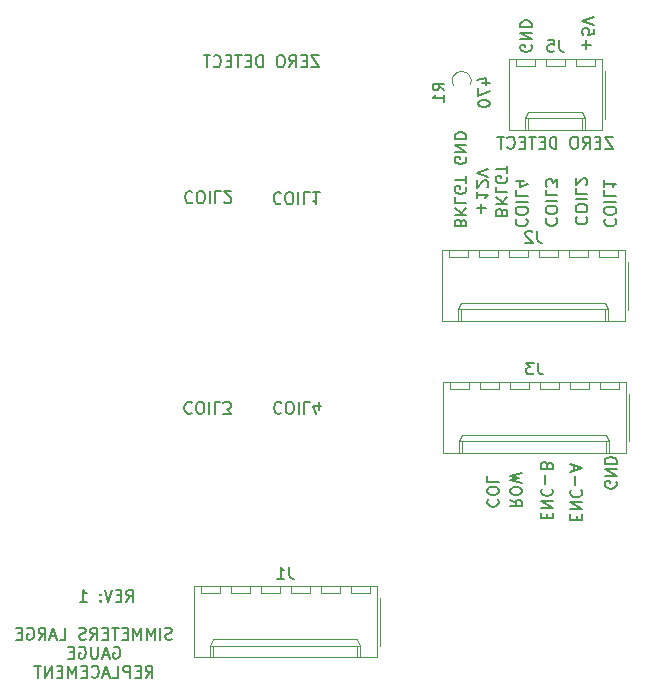
<source format=gbr>
%TF.GenerationSoftware,KiCad,Pcbnew,7.0.9*%
%TF.CreationDate,2023-11-25T09:18:02+10:00*%
%TF.ProjectId,Simmeters Large Guage Replacement,53696d6d-6574-4657-9273-204c61726765,rev?*%
%TF.SameCoordinates,Original*%
%TF.FileFunction,Legend,Bot*%
%TF.FilePolarity,Positive*%
%FSLAX46Y46*%
G04 Gerber Fmt 4.6, Leading zero omitted, Abs format (unit mm)*
G04 Created by KiCad (PCBNEW 7.0.9) date 2023-11-25 09:18:02*
%MOMM*%
%LPD*%
G01*
G04 APERTURE LIST*
%ADD10C,0.150000*%
%ADD11C,0.120000*%
G04 APERTURE END LIST*
D10*
X191903973Y-79594393D02*
X191237307Y-79594393D01*
X191237307Y-79594393D02*
X191903973Y-80594393D01*
X191903973Y-80594393D02*
X191237307Y-80594393D01*
X190856354Y-80070583D02*
X190523021Y-80070583D01*
X190380164Y-80594393D02*
X190856354Y-80594393D01*
X190856354Y-80594393D02*
X190856354Y-79594393D01*
X190856354Y-79594393D02*
X190380164Y-79594393D01*
X189380164Y-80594393D02*
X189713497Y-80118202D01*
X189951592Y-80594393D02*
X189951592Y-79594393D01*
X189951592Y-79594393D02*
X189570640Y-79594393D01*
X189570640Y-79594393D02*
X189475402Y-79642012D01*
X189475402Y-79642012D02*
X189427783Y-79689631D01*
X189427783Y-79689631D02*
X189380164Y-79784869D01*
X189380164Y-79784869D02*
X189380164Y-79927726D01*
X189380164Y-79927726D02*
X189427783Y-80022964D01*
X189427783Y-80022964D02*
X189475402Y-80070583D01*
X189475402Y-80070583D02*
X189570640Y-80118202D01*
X189570640Y-80118202D02*
X189951592Y-80118202D01*
X188761116Y-79594393D02*
X188570640Y-79594393D01*
X188570640Y-79594393D02*
X188475402Y-79642012D01*
X188475402Y-79642012D02*
X188380164Y-79737250D01*
X188380164Y-79737250D02*
X188332545Y-79927726D01*
X188332545Y-79927726D02*
X188332545Y-80261059D01*
X188332545Y-80261059D02*
X188380164Y-80451535D01*
X188380164Y-80451535D02*
X188475402Y-80546774D01*
X188475402Y-80546774D02*
X188570640Y-80594393D01*
X188570640Y-80594393D02*
X188761116Y-80594393D01*
X188761116Y-80594393D02*
X188856354Y-80546774D01*
X188856354Y-80546774D02*
X188951592Y-80451535D01*
X188951592Y-80451535D02*
X188999211Y-80261059D01*
X188999211Y-80261059D02*
X188999211Y-79927726D01*
X188999211Y-79927726D02*
X188951592Y-79737250D01*
X188951592Y-79737250D02*
X188856354Y-79642012D01*
X188856354Y-79642012D02*
X188761116Y-79594393D01*
X187142068Y-80594393D02*
X187142068Y-79594393D01*
X187142068Y-79594393D02*
X186903973Y-79594393D01*
X186903973Y-79594393D02*
X186761116Y-79642012D01*
X186761116Y-79642012D02*
X186665878Y-79737250D01*
X186665878Y-79737250D02*
X186618259Y-79832488D01*
X186618259Y-79832488D02*
X186570640Y-80022964D01*
X186570640Y-80022964D02*
X186570640Y-80165821D01*
X186570640Y-80165821D02*
X186618259Y-80356297D01*
X186618259Y-80356297D02*
X186665878Y-80451535D01*
X186665878Y-80451535D02*
X186761116Y-80546774D01*
X186761116Y-80546774D02*
X186903973Y-80594393D01*
X186903973Y-80594393D02*
X187142068Y-80594393D01*
X186142068Y-80070583D02*
X185808735Y-80070583D01*
X185665878Y-80594393D02*
X186142068Y-80594393D01*
X186142068Y-80594393D02*
X186142068Y-79594393D01*
X186142068Y-79594393D02*
X185665878Y-79594393D01*
X185380163Y-79594393D02*
X184808735Y-79594393D01*
X185094449Y-80594393D02*
X185094449Y-79594393D01*
X184475401Y-80070583D02*
X184142068Y-80070583D01*
X183999211Y-80594393D02*
X184475401Y-80594393D01*
X184475401Y-80594393D02*
X184475401Y-79594393D01*
X184475401Y-79594393D02*
X183999211Y-79594393D01*
X182999211Y-80499154D02*
X183046830Y-80546774D01*
X183046830Y-80546774D02*
X183189687Y-80594393D01*
X183189687Y-80594393D02*
X183284925Y-80594393D01*
X183284925Y-80594393D02*
X183427782Y-80546774D01*
X183427782Y-80546774D02*
X183523020Y-80451535D01*
X183523020Y-80451535D02*
X183570639Y-80356297D01*
X183570639Y-80356297D02*
X183618258Y-80165821D01*
X183618258Y-80165821D02*
X183618258Y-80022964D01*
X183618258Y-80022964D02*
X183570639Y-79832488D01*
X183570639Y-79832488D02*
X183523020Y-79737250D01*
X183523020Y-79737250D02*
X183427782Y-79642012D01*
X183427782Y-79642012D02*
X183284925Y-79594393D01*
X183284925Y-79594393D02*
X183189687Y-79594393D01*
X183189687Y-79594393D02*
X183046830Y-79642012D01*
X183046830Y-79642012D02*
X182999211Y-79689631D01*
X182713496Y-79594393D02*
X182142068Y-79594393D01*
X182427782Y-80594393D02*
X182427782Y-79594393D01*
X214556648Y-79067794D02*
X214556648Y-78305890D01*
X214175695Y-78686842D02*
X214937600Y-78686842D01*
X215175695Y-77353509D02*
X215175695Y-77829699D01*
X215175695Y-77829699D02*
X214699505Y-77877318D01*
X214699505Y-77877318D02*
X214747124Y-77829699D01*
X214747124Y-77829699D02*
X214794743Y-77734461D01*
X214794743Y-77734461D02*
X214794743Y-77496366D01*
X214794743Y-77496366D02*
X214747124Y-77401128D01*
X214747124Y-77401128D02*
X214699505Y-77353509D01*
X214699505Y-77353509D02*
X214604267Y-77305890D01*
X214604267Y-77305890D02*
X214366172Y-77305890D01*
X214366172Y-77305890D02*
X214270934Y-77353509D01*
X214270934Y-77353509D02*
X214223315Y-77401128D01*
X214223315Y-77401128D02*
X214175695Y-77496366D01*
X214175695Y-77496366D02*
X214175695Y-77734461D01*
X214175695Y-77734461D02*
X214223315Y-77829699D01*
X214223315Y-77829699D02*
X214270934Y-77877318D01*
X215175695Y-77020175D02*
X214175695Y-76686842D01*
X214175695Y-76686842D02*
X215175695Y-76353509D01*
X209898076Y-78733985D02*
X209945695Y-78829223D01*
X209945695Y-78829223D02*
X209945695Y-78972080D01*
X209945695Y-78972080D02*
X209898076Y-79114937D01*
X209898076Y-79114937D02*
X209802838Y-79210175D01*
X209802838Y-79210175D02*
X209707600Y-79257794D01*
X209707600Y-79257794D02*
X209517124Y-79305413D01*
X209517124Y-79305413D02*
X209374267Y-79305413D01*
X209374267Y-79305413D02*
X209183791Y-79257794D01*
X209183791Y-79257794D02*
X209088553Y-79210175D01*
X209088553Y-79210175D02*
X208993315Y-79114937D01*
X208993315Y-79114937D02*
X208945695Y-78972080D01*
X208945695Y-78972080D02*
X208945695Y-78876842D01*
X208945695Y-78876842D02*
X208993315Y-78733985D01*
X208993315Y-78733985D02*
X209040934Y-78686366D01*
X209040934Y-78686366D02*
X209374267Y-78686366D01*
X209374267Y-78686366D02*
X209374267Y-78876842D01*
X208945695Y-78257794D02*
X209945695Y-78257794D01*
X209945695Y-78257794D02*
X208945695Y-77686366D01*
X208945695Y-77686366D02*
X209945695Y-77686366D01*
X208945695Y-77210175D02*
X209945695Y-77210175D01*
X209945695Y-77210175D02*
X209945695Y-76972080D01*
X209945695Y-76972080D02*
X209898076Y-76829223D01*
X209898076Y-76829223D02*
X209802838Y-76733985D01*
X209802838Y-76733985D02*
X209707600Y-76686366D01*
X209707600Y-76686366D02*
X209517124Y-76638747D01*
X209517124Y-76638747D02*
X209374267Y-76638747D01*
X209374267Y-76638747D02*
X209183791Y-76686366D01*
X209183791Y-76686366D02*
X209088553Y-76733985D01*
X209088553Y-76733985D02*
X208993315Y-76829223D01*
X208993315Y-76829223D02*
X208945695Y-76972080D01*
X208945695Y-76972080D02*
X208945695Y-77210175D01*
X217058076Y-115703985D02*
X217105695Y-115799223D01*
X217105695Y-115799223D02*
X217105695Y-115942080D01*
X217105695Y-115942080D02*
X217058076Y-116084937D01*
X217058076Y-116084937D02*
X216962838Y-116180175D01*
X216962838Y-116180175D02*
X216867600Y-116227794D01*
X216867600Y-116227794D02*
X216677124Y-116275413D01*
X216677124Y-116275413D02*
X216534267Y-116275413D01*
X216534267Y-116275413D02*
X216343791Y-116227794D01*
X216343791Y-116227794D02*
X216248553Y-116180175D01*
X216248553Y-116180175D02*
X216153315Y-116084937D01*
X216153315Y-116084937D02*
X216105695Y-115942080D01*
X216105695Y-115942080D02*
X216105695Y-115846842D01*
X216105695Y-115846842D02*
X216153315Y-115703985D01*
X216153315Y-115703985D02*
X216200934Y-115656366D01*
X216200934Y-115656366D02*
X216534267Y-115656366D01*
X216534267Y-115656366D02*
X216534267Y-115846842D01*
X216105695Y-115227794D02*
X217105695Y-115227794D01*
X217105695Y-115227794D02*
X216105695Y-114656366D01*
X216105695Y-114656366D02*
X217105695Y-114656366D01*
X216105695Y-114180175D02*
X217105695Y-114180175D01*
X217105695Y-114180175D02*
X217105695Y-113942080D01*
X217105695Y-113942080D02*
X217058076Y-113799223D01*
X217058076Y-113799223D02*
X216962838Y-113703985D01*
X216962838Y-113703985D02*
X216867600Y-113656366D01*
X216867600Y-113656366D02*
X216677124Y-113608747D01*
X216677124Y-113608747D02*
X216534267Y-113608747D01*
X216534267Y-113608747D02*
X216343791Y-113656366D01*
X216343791Y-113656366D02*
X216248553Y-113703985D01*
X216248553Y-113703985D02*
X216153315Y-113799223D01*
X216153315Y-113799223D02*
X216105695Y-113942080D01*
X216105695Y-113942080D02*
X216105695Y-114180175D01*
X213719505Y-118917794D02*
X213719505Y-118584461D01*
X213195695Y-118441604D02*
X213195695Y-118917794D01*
X213195695Y-118917794D02*
X214195695Y-118917794D01*
X214195695Y-118917794D02*
X214195695Y-118441604D01*
X213195695Y-118013032D02*
X214195695Y-118013032D01*
X214195695Y-118013032D02*
X213195695Y-117441604D01*
X213195695Y-117441604D02*
X214195695Y-117441604D01*
X213290934Y-116393985D02*
X213243315Y-116441604D01*
X213243315Y-116441604D02*
X213195695Y-116584461D01*
X213195695Y-116584461D02*
X213195695Y-116679699D01*
X213195695Y-116679699D02*
X213243315Y-116822556D01*
X213243315Y-116822556D02*
X213338553Y-116917794D01*
X213338553Y-116917794D02*
X213433791Y-116965413D01*
X213433791Y-116965413D02*
X213624267Y-117013032D01*
X213624267Y-117013032D02*
X213767124Y-117013032D01*
X213767124Y-117013032D02*
X213957600Y-116965413D01*
X213957600Y-116965413D02*
X214052838Y-116917794D01*
X214052838Y-116917794D02*
X214148076Y-116822556D01*
X214148076Y-116822556D02*
X214195695Y-116679699D01*
X214195695Y-116679699D02*
X214195695Y-116584461D01*
X214195695Y-116584461D02*
X214148076Y-116441604D01*
X214148076Y-116441604D02*
X214100457Y-116393985D01*
X213576648Y-115965413D02*
X213576648Y-115203509D01*
X213481410Y-114774937D02*
X213481410Y-114298747D01*
X213195695Y-114870175D02*
X214195695Y-114536842D01*
X214195695Y-114536842D02*
X213195695Y-114203509D01*
X211229505Y-118807794D02*
X211229505Y-118474461D01*
X210705695Y-118331604D02*
X210705695Y-118807794D01*
X210705695Y-118807794D02*
X211705695Y-118807794D01*
X211705695Y-118807794D02*
X211705695Y-118331604D01*
X210705695Y-117903032D02*
X211705695Y-117903032D01*
X211705695Y-117903032D02*
X210705695Y-117331604D01*
X210705695Y-117331604D02*
X211705695Y-117331604D01*
X210800934Y-116283985D02*
X210753315Y-116331604D01*
X210753315Y-116331604D02*
X210705695Y-116474461D01*
X210705695Y-116474461D02*
X210705695Y-116569699D01*
X210705695Y-116569699D02*
X210753315Y-116712556D01*
X210753315Y-116712556D02*
X210848553Y-116807794D01*
X210848553Y-116807794D02*
X210943791Y-116855413D01*
X210943791Y-116855413D02*
X211134267Y-116903032D01*
X211134267Y-116903032D02*
X211277124Y-116903032D01*
X211277124Y-116903032D02*
X211467600Y-116855413D01*
X211467600Y-116855413D02*
X211562838Y-116807794D01*
X211562838Y-116807794D02*
X211658076Y-116712556D01*
X211658076Y-116712556D02*
X211705695Y-116569699D01*
X211705695Y-116569699D02*
X211705695Y-116474461D01*
X211705695Y-116474461D02*
X211658076Y-116331604D01*
X211658076Y-116331604D02*
X211610457Y-116283985D01*
X211086648Y-115855413D02*
X211086648Y-115093509D01*
X211229505Y-114283985D02*
X211181886Y-114141128D01*
X211181886Y-114141128D02*
X211134267Y-114093509D01*
X211134267Y-114093509D02*
X211039029Y-114045890D01*
X211039029Y-114045890D02*
X210896172Y-114045890D01*
X210896172Y-114045890D02*
X210800934Y-114093509D01*
X210800934Y-114093509D02*
X210753315Y-114141128D01*
X210753315Y-114141128D02*
X210705695Y-114236366D01*
X210705695Y-114236366D02*
X210705695Y-114617318D01*
X210705695Y-114617318D02*
X211705695Y-114617318D01*
X211705695Y-114617318D02*
X211705695Y-114283985D01*
X211705695Y-114283985D02*
X211658076Y-114188747D01*
X211658076Y-114188747D02*
X211610457Y-114141128D01*
X211610457Y-114141128D02*
X211515219Y-114093509D01*
X211515219Y-114093509D02*
X211419981Y-114093509D01*
X211419981Y-114093509D02*
X211324743Y-114141128D01*
X211324743Y-114141128D02*
X211277124Y-114188747D01*
X211277124Y-114188747D02*
X211229505Y-114283985D01*
X211229505Y-114283985D02*
X211229505Y-114617318D01*
X208095695Y-117206366D02*
X208571886Y-117539699D01*
X208095695Y-117777794D02*
X209095695Y-117777794D01*
X209095695Y-117777794D02*
X209095695Y-117396842D01*
X209095695Y-117396842D02*
X209048076Y-117301604D01*
X209048076Y-117301604D02*
X209000457Y-117253985D01*
X209000457Y-117253985D02*
X208905219Y-117206366D01*
X208905219Y-117206366D02*
X208762362Y-117206366D01*
X208762362Y-117206366D02*
X208667124Y-117253985D01*
X208667124Y-117253985D02*
X208619505Y-117301604D01*
X208619505Y-117301604D02*
X208571886Y-117396842D01*
X208571886Y-117396842D02*
X208571886Y-117777794D01*
X209095695Y-116587318D02*
X209095695Y-116396842D01*
X209095695Y-116396842D02*
X209048076Y-116301604D01*
X209048076Y-116301604D02*
X208952838Y-116206366D01*
X208952838Y-116206366D02*
X208762362Y-116158747D01*
X208762362Y-116158747D02*
X208429029Y-116158747D01*
X208429029Y-116158747D02*
X208238553Y-116206366D01*
X208238553Y-116206366D02*
X208143315Y-116301604D01*
X208143315Y-116301604D02*
X208095695Y-116396842D01*
X208095695Y-116396842D02*
X208095695Y-116587318D01*
X208095695Y-116587318D02*
X208143315Y-116682556D01*
X208143315Y-116682556D02*
X208238553Y-116777794D01*
X208238553Y-116777794D02*
X208429029Y-116825413D01*
X208429029Y-116825413D02*
X208762362Y-116825413D01*
X208762362Y-116825413D02*
X208952838Y-116777794D01*
X208952838Y-116777794D02*
X209048076Y-116682556D01*
X209048076Y-116682556D02*
X209095695Y-116587318D01*
X209095695Y-115825413D02*
X208095695Y-115587318D01*
X208095695Y-115587318D02*
X208809981Y-115396842D01*
X208809981Y-115396842D02*
X208095695Y-115206366D01*
X208095695Y-115206366D02*
X209095695Y-114968271D01*
X206240934Y-117186366D02*
X206193315Y-117233985D01*
X206193315Y-117233985D02*
X206145695Y-117376842D01*
X206145695Y-117376842D02*
X206145695Y-117472080D01*
X206145695Y-117472080D02*
X206193315Y-117614937D01*
X206193315Y-117614937D02*
X206288553Y-117710175D01*
X206288553Y-117710175D02*
X206383791Y-117757794D01*
X206383791Y-117757794D02*
X206574267Y-117805413D01*
X206574267Y-117805413D02*
X206717124Y-117805413D01*
X206717124Y-117805413D02*
X206907600Y-117757794D01*
X206907600Y-117757794D02*
X207002838Y-117710175D01*
X207002838Y-117710175D02*
X207098076Y-117614937D01*
X207098076Y-117614937D02*
X207145695Y-117472080D01*
X207145695Y-117472080D02*
X207145695Y-117376842D01*
X207145695Y-117376842D02*
X207098076Y-117233985D01*
X207098076Y-117233985D02*
X207050457Y-117186366D01*
X207145695Y-116567318D02*
X207145695Y-116376842D01*
X207145695Y-116376842D02*
X207098076Y-116281604D01*
X207098076Y-116281604D02*
X207002838Y-116186366D01*
X207002838Y-116186366D02*
X206812362Y-116138747D01*
X206812362Y-116138747D02*
X206479029Y-116138747D01*
X206479029Y-116138747D02*
X206288553Y-116186366D01*
X206288553Y-116186366D02*
X206193315Y-116281604D01*
X206193315Y-116281604D02*
X206145695Y-116376842D01*
X206145695Y-116376842D02*
X206145695Y-116567318D01*
X206145695Y-116567318D02*
X206193315Y-116662556D01*
X206193315Y-116662556D02*
X206288553Y-116757794D01*
X206288553Y-116757794D02*
X206479029Y-116805413D01*
X206479029Y-116805413D02*
X206812362Y-116805413D01*
X206812362Y-116805413D02*
X207002838Y-116757794D01*
X207002838Y-116757794D02*
X207098076Y-116662556D01*
X207098076Y-116662556D02*
X207145695Y-116567318D01*
X206145695Y-115233985D02*
X206145695Y-115710175D01*
X206145695Y-115710175D02*
X207145695Y-115710175D01*
X179470752Y-129011774D02*
X179327895Y-129059393D01*
X179327895Y-129059393D02*
X179089800Y-129059393D01*
X179089800Y-129059393D02*
X178994562Y-129011774D01*
X178994562Y-129011774D02*
X178946943Y-128964154D01*
X178946943Y-128964154D02*
X178899324Y-128868916D01*
X178899324Y-128868916D02*
X178899324Y-128773678D01*
X178899324Y-128773678D02*
X178946943Y-128678440D01*
X178946943Y-128678440D02*
X178994562Y-128630821D01*
X178994562Y-128630821D02*
X179089800Y-128583202D01*
X179089800Y-128583202D02*
X179280276Y-128535583D01*
X179280276Y-128535583D02*
X179375514Y-128487964D01*
X179375514Y-128487964D02*
X179423133Y-128440345D01*
X179423133Y-128440345D02*
X179470752Y-128345107D01*
X179470752Y-128345107D02*
X179470752Y-128249869D01*
X179470752Y-128249869D02*
X179423133Y-128154631D01*
X179423133Y-128154631D02*
X179375514Y-128107012D01*
X179375514Y-128107012D02*
X179280276Y-128059393D01*
X179280276Y-128059393D02*
X179042181Y-128059393D01*
X179042181Y-128059393D02*
X178899324Y-128107012D01*
X178470752Y-129059393D02*
X178470752Y-128059393D01*
X177994562Y-129059393D02*
X177994562Y-128059393D01*
X177994562Y-128059393D02*
X177661229Y-128773678D01*
X177661229Y-128773678D02*
X177327896Y-128059393D01*
X177327896Y-128059393D02*
X177327896Y-129059393D01*
X176851705Y-129059393D02*
X176851705Y-128059393D01*
X176851705Y-128059393D02*
X176518372Y-128773678D01*
X176518372Y-128773678D02*
X176185039Y-128059393D01*
X176185039Y-128059393D02*
X176185039Y-129059393D01*
X175708848Y-128535583D02*
X175375515Y-128535583D01*
X175232658Y-129059393D02*
X175708848Y-129059393D01*
X175708848Y-129059393D02*
X175708848Y-128059393D01*
X175708848Y-128059393D02*
X175232658Y-128059393D01*
X174946943Y-128059393D02*
X174375515Y-128059393D01*
X174661229Y-129059393D02*
X174661229Y-128059393D01*
X174042181Y-128535583D02*
X173708848Y-128535583D01*
X173565991Y-129059393D02*
X174042181Y-129059393D01*
X174042181Y-129059393D02*
X174042181Y-128059393D01*
X174042181Y-128059393D02*
X173565991Y-128059393D01*
X172565991Y-129059393D02*
X172899324Y-128583202D01*
X173137419Y-129059393D02*
X173137419Y-128059393D01*
X173137419Y-128059393D02*
X172756467Y-128059393D01*
X172756467Y-128059393D02*
X172661229Y-128107012D01*
X172661229Y-128107012D02*
X172613610Y-128154631D01*
X172613610Y-128154631D02*
X172565991Y-128249869D01*
X172565991Y-128249869D02*
X172565991Y-128392726D01*
X172565991Y-128392726D02*
X172613610Y-128487964D01*
X172613610Y-128487964D02*
X172661229Y-128535583D01*
X172661229Y-128535583D02*
X172756467Y-128583202D01*
X172756467Y-128583202D02*
X173137419Y-128583202D01*
X172185038Y-129011774D02*
X172042181Y-129059393D01*
X172042181Y-129059393D02*
X171804086Y-129059393D01*
X171804086Y-129059393D02*
X171708848Y-129011774D01*
X171708848Y-129011774D02*
X171661229Y-128964154D01*
X171661229Y-128964154D02*
X171613610Y-128868916D01*
X171613610Y-128868916D02*
X171613610Y-128773678D01*
X171613610Y-128773678D02*
X171661229Y-128678440D01*
X171661229Y-128678440D02*
X171708848Y-128630821D01*
X171708848Y-128630821D02*
X171804086Y-128583202D01*
X171804086Y-128583202D02*
X171994562Y-128535583D01*
X171994562Y-128535583D02*
X172089800Y-128487964D01*
X172089800Y-128487964D02*
X172137419Y-128440345D01*
X172137419Y-128440345D02*
X172185038Y-128345107D01*
X172185038Y-128345107D02*
X172185038Y-128249869D01*
X172185038Y-128249869D02*
X172137419Y-128154631D01*
X172137419Y-128154631D02*
X172089800Y-128107012D01*
X172089800Y-128107012D02*
X171994562Y-128059393D01*
X171994562Y-128059393D02*
X171756467Y-128059393D01*
X171756467Y-128059393D02*
X171613610Y-128107012D01*
X169946943Y-129059393D02*
X170423133Y-129059393D01*
X170423133Y-129059393D02*
X170423133Y-128059393D01*
X169661228Y-128773678D02*
X169185038Y-128773678D01*
X169756466Y-129059393D02*
X169423133Y-128059393D01*
X169423133Y-128059393D02*
X169089800Y-129059393D01*
X168185038Y-129059393D02*
X168518371Y-128583202D01*
X168756466Y-129059393D02*
X168756466Y-128059393D01*
X168756466Y-128059393D02*
X168375514Y-128059393D01*
X168375514Y-128059393D02*
X168280276Y-128107012D01*
X168280276Y-128107012D02*
X168232657Y-128154631D01*
X168232657Y-128154631D02*
X168185038Y-128249869D01*
X168185038Y-128249869D02*
X168185038Y-128392726D01*
X168185038Y-128392726D02*
X168232657Y-128487964D01*
X168232657Y-128487964D02*
X168280276Y-128535583D01*
X168280276Y-128535583D02*
X168375514Y-128583202D01*
X168375514Y-128583202D02*
X168756466Y-128583202D01*
X167232657Y-128107012D02*
X167327895Y-128059393D01*
X167327895Y-128059393D02*
X167470752Y-128059393D01*
X167470752Y-128059393D02*
X167613609Y-128107012D01*
X167613609Y-128107012D02*
X167708847Y-128202250D01*
X167708847Y-128202250D02*
X167756466Y-128297488D01*
X167756466Y-128297488D02*
X167804085Y-128487964D01*
X167804085Y-128487964D02*
X167804085Y-128630821D01*
X167804085Y-128630821D02*
X167756466Y-128821297D01*
X167756466Y-128821297D02*
X167708847Y-128916535D01*
X167708847Y-128916535D02*
X167613609Y-129011774D01*
X167613609Y-129011774D02*
X167470752Y-129059393D01*
X167470752Y-129059393D02*
X167375514Y-129059393D01*
X167375514Y-129059393D02*
X167232657Y-129011774D01*
X167232657Y-129011774D02*
X167185038Y-128964154D01*
X167185038Y-128964154D02*
X167185038Y-128630821D01*
X167185038Y-128630821D02*
X167375514Y-128630821D01*
X166756466Y-128535583D02*
X166423133Y-128535583D01*
X166280276Y-129059393D02*
X166756466Y-129059393D01*
X166756466Y-129059393D02*
X166756466Y-128059393D01*
X166756466Y-128059393D02*
X166280276Y-128059393D01*
X174518372Y-129717012D02*
X174613610Y-129669393D01*
X174613610Y-129669393D02*
X174756467Y-129669393D01*
X174756467Y-129669393D02*
X174899324Y-129717012D01*
X174899324Y-129717012D02*
X174994562Y-129812250D01*
X174994562Y-129812250D02*
X175042181Y-129907488D01*
X175042181Y-129907488D02*
X175089800Y-130097964D01*
X175089800Y-130097964D02*
X175089800Y-130240821D01*
X175089800Y-130240821D02*
X175042181Y-130431297D01*
X175042181Y-130431297D02*
X174994562Y-130526535D01*
X174994562Y-130526535D02*
X174899324Y-130621774D01*
X174899324Y-130621774D02*
X174756467Y-130669393D01*
X174756467Y-130669393D02*
X174661229Y-130669393D01*
X174661229Y-130669393D02*
X174518372Y-130621774D01*
X174518372Y-130621774D02*
X174470753Y-130574154D01*
X174470753Y-130574154D02*
X174470753Y-130240821D01*
X174470753Y-130240821D02*
X174661229Y-130240821D01*
X174089800Y-130383678D02*
X173613610Y-130383678D01*
X174185038Y-130669393D02*
X173851705Y-129669393D01*
X173851705Y-129669393D02*
X173518372Y-130669393D01*
X173185038Y-129669393D02*
X173185038Y-130478916D01*
X173185038Y-130478916D02*
X173137419Y-130574154D01*
X173137419Y-130574154D02*
X173089800Y-130621774D01*
X173089800Y-130621774D02*
X172994562Y-130669393D01*
X172994562Y-130669393D02*
X172804086Y-130669393D01*
X172804086Y-130669393D02*
X172708848Y-130621774D01*
X172708848Y-130621774D02*
X172661229Y-130574154D01*
X172661229Y-130574154D02*
X172613610Y-130478916D01*
X172613610Y-130478916D02*
X172613610Y-129669393D01*
X171613610Y-129717012D02*
X171708848Y-129669393D01*
X171708848Y-129669393D02*
X171851705Y-129669393D01*
X171851705Y-129669393D02*
X171994562Y-129717012D01*
X171994562Y-129717012D02*
X172089800Y-129812250D01*
X172089800Y-129812250D02*
X172137419Y-129907488D01*
X172137419Y-129907488D02*
X172185038Y-130097964D01*
X172185038Y-130097964D02*
X172185038Y-130240821D01*
X172185038Y-130240821D02*
X172137419Y-130431297D01*
X172137419Y-130431297D02*
X172089800Y-130526535D01*
X172089800Y-130526535D02*
X171994562Y-130621774D01*
X171994562Y-130621774D02*
X171851705Y-130669393D01*
X171851705Y-130669393D02*
X171756467Y-130669393D01*
X171756467Y-130669393D02*
X171613610Y-130621774D01*
X171613610Y-130621774D02*
X171565991Y-130574154D01*
X171565991Y-130574154D02*
X171565991Y-130240821D01*
X171565991Y-130240821D02*
X171756467Y-130240821D01*
X171137419Y-130145583D02*
X170804086Y-130145583D01*
X170661229Y-130669393D02*
X171137419Y-130669393D01*
X171137419Y-130669393D02*
X171137419Y-129669393D01*
X171137419Y-129669393D02*
X170661229Y-129669393D01*
X177232658Y-132279393D02*
X177565991Y-131803202D01*
X177804086Y-132279393D02*
X177804086Y-131279393D01*
X177804086Y-131279393D02*
X177423134Y-131279393D01*
X177423134Y-131279393D02*
X177327896Y-131327012D01*
X177327896Y-131327012D02*
X177280277Y-131374631D01*
X177280277Y-131374631D02*
X177232658Y-131469869D01*
X177232658Y-131469869D02*
X177232658Y-131612726D01*
X177232658Y-131612726D02*
X177280277Y-131707964D01*
X177280277Y-131707964D02*
X177327896Y-131755583D01*
X177327896Y-131755583D02*
X177423134Y-131803202D01*
X177423134Y-131803202D02*
X177804086Y-131803202D01*
X176804086Y-131755583D02*
X176470753Y-131755583D01*
X176327896Y-132279393D02*
X176804086Y-132279393D01*
X176804086Y-132279393D02*
X176804086Y-131279393D01*
X176804086Y-131279393D02*
X176327896Y-131279393D01*
X175899324Y-132279393D02*
X175899324Y-131279393D01*
X175899324Y-131279393D02*
X175518372Y-131279393D01*
X175518372Y-131279393D02*
X175423134Y-131327012D01*
X175423134Y-131327012D02*
X175375515Y-131374631D01*
X175375515Y-131374631D02*
X175327896Y-131469869D01*
X175327896Y-131469869D02*
X175327896Y-131612726D01*
X175327896Y-131612726D02*
X175375515Y-131707964D01*
X175375515Y-131707964D02*
X175423134Y-131755583D01*
X175423134Y-131755583D02*
X175518372Y-131803202D01*
X175518372Y-131803202D02*
X175899324Y-131803202D01*
X174423134Y-132279393D02*
X174899324Y-132279393D01*
X174899324Y-132279393D02*
X174899324Y-131279393D01*
X174137419Y-131993678D02*
X173661229Y-131993678D01*
X174232657Y-132279393D02*
X173899324Y-131279393D01*
X173899324Y-131279393D02*
X173565991Y-132279393D01*
X172661229Y-132184154D02*
X172708848Y-132231774D01*
X172708848Y-132231774D02*
X172851705Y-132279393D01*
X172851705Y-132279393D02*
X172946943Y-132279393D01*
X172946943Y-132279393D02*
X173089800Y-132231774D01*
X173089800Y-132231774D02*
X173185038Y-132136535D01*
X173185038Y-132136535D02*
X173232657Y-132041297D01*
X173232657Y-132041297D02*
X173280276Y-131850821D01*
X173280276Y-131850821D02*
X173280276Y-131707964D01*
X173280276Y-131707964D02*
X173232657Y-131517488D01*
X173232657Y-131517488D02*
X173185038Y-131422250D01*
X173185038Y-131422250D02*
X173089800Y-131327012D01*
X173089800Y-131327012D02*
X172946943Y-131279393D01*
X172946943Y-131279393D02*
X172851705Y-131279393D01*
X172851705Y-131279393D02*
X172708848Y-131327012D01*
X172708848Y-131327012D02*
X172661229Y-131374631D01*
X172232657Y-131755583D02*
X171899324Y-131755583D01*
X171756467Y-132279393D02*
X172232657Y-132279393D01*
X172232657Y-132279393D02*
X172232657Y-131279393D01*
X172232657Y-131279393D02*
X171756467Y-131279393D01*
X171327895Y-132279393D02*
X171327895Y-131279393D01*
X171327895Y-131279393D02*
X170994562Y-131993678D01*
X170994562Y-131993678D02*
X170661229Y-131279393D01*
X170661229Y-131279393D02*
X170661229Y-132279393D01*
X170185038Y-131755583D02*
X169851705Y-131755583D01*
X169708848Y-132279393D02*
X170185038Y-132279393D01*
X170185038Y-132279393D02*
X170185038Y-131279393D01*
X170185038Y-131279393D02*
X169708848Y-131279393D01*
X169280276Y-132279393D02*
X169280276Y-131279393D01*
X169280276Y-131279393D02*
X168708848Y-132279393D01*
X168708848Y-132279393D02*
X168708848Y-131279393D01*
X168375514Y-131279393D02*
X167804086Y-131279393D01*
X168089800Y-132279393D02*
X168089800Y-131279393D01*
X216165934Y-93457907D02*
X216118315Y-93505526D01*
X216118315Y-93505526D02*
X216070695Y-93648383D01*
X216070695Y-93648383D02*
X216070695Y-93743621D01*
X216070695Y-93743621D02*
X216118315Y-93886478D01*
X216118315Y-93886478D02*
X216213553Y-93981716D01*
X216213553Y-93981716D02*
X216308791Y-94029335D01*
X216308791Y-94029335D02*
X216499267Y-94076954D01*
X216499267Y-94076954D02*
X216642124Y-94076954D01*
X216642124Y-94076954D02*
X216832600Y-94029335D01*
X216832600Y-94029335D02*
X216927838Y-93981716D01*
X216927838Y-93981716D02*
X217023076Y-93886478D01*
X217023076Y-93886478D02*
X217070695Y-93743621D01*
X217070695Y-93743621D02*
X217070695Y-93648383D01*
X217070695Y-93648383D02*
X217023076Y-93505526D01*
X217023076Y-93505526D02*
X216975457Y-93457907D01*
X217070695Y-92838859D02*
X217070695Y-92648383D01*
X217070695Y-92648383D02*
X217023076Y-92553145D01*
X217023076Y-92553145D02*
X216927838Y-92457907D01*
X216927838Y-92457907D02*
X216737362Y-92410288D01*
X216737362Y-92410288D02*
X216404029Y-92410288D01*
X216404029Y-92410288D02*
X216213553Y-92457907D01*
X216213553Y-92457907D02*
X216118315Y-92553145D01*
X216118315Y-92553145D02*
X216070695Y-92648383D01*
X216070695Y-92648383D02*
X216070695Y-92838859D01*
X216070695Y-92838859D02*
X216118315Y-92934097D01*
X216118315Y-92934097D02*
X216213553Y-93029335D01*
X216213553Y-93029335D02*
X216404029Y-93076954D01*
X216404029Y-93076954D02*
X216737362Y-93076954D01*
X216737362Y-93076954D02*
X216927838Y-93029335D01*
X216927838Y-93029335D02*
X217023076Y-92934097D01*
X217023076Y-92934097D02*
X217070695Y-92838859D01*
X216070695Y-91981716D02*
X217070695Y-91981716D01*
X216070695Y-91029336D02*
X216070695Y-91505526D01*
X216070695Y-91505526D02*
X217070695Y-91505526D01*
X216070695Y-90172193D02*
X216070695Y-90743621D01*
X216070695Y-90457907D02*
X217070695Y-90457907D01*
X217070695Y-90457907D02*
X216927838Y-90553145D01*
X216927838Y-90553145D02*
X216832600Y-90648383D01*
X216832600Y-90648383D02*
X216784981Y-90743621D01*
X181142181Y-109034993D02*
X181094562Y-108987374D01*
X181094562Y-108987374D02*
X180951705Y-108939754D01*
X180951705Y-108939754D02*
X180856467Y-108939754D01*
X180856467Y-108939754D02*
X180713610Y-108987374D01*
X180713610Y-108987374D02*
X180618372Y-109082612D01*
X180618372Y-109082612D02*
X180570753Y-109177850D01*
X180570753Y-109177850D02*
X180523134Y-109368326D01*
X180523134Y-109368326D02*
X180523134Y-109511183D01*
X180523134Y-109511183D02*
X180570753Y-109701659D01*
X180570753Y-109701659D02*
X180618372Y-109796897D01*
X180618372Y-109796897D02*
X180713610Y-109892135D01*
X180713610Y-109892135D02*
X180856467Y-109939754D01*
X180856467Y-109939754D02*
X180951705Y-109939754D01*
X180951705Y-109939754D02*
X181094562Y-109892135D01*
X181094562Y-109892135D02*
X181142181Y-109844516D01*
X181761229Y-109939754D02*
X181951705Y-109939754D01*
X181951705Y-109939754D02*
X182046943Y-109892135D01*
X182046943Y-109892135D02*
X182142181Y-109796897D01*
X182142181Y-109796897D02*
X182189800Y-109606421D01*
X182189800Y-109606421D02*
X182189800Y-109273088D01*
X182189800Y-109273088D02*
X182142181Y-109082612D01*
X182142181Y-109082612D02*
X182046943Y-108987374D01*
X182046943Y-108987374D02*
X181951705Y-108939754D01*
X181951705Y-108939754D02*
X181761229Y-108939754D01*
X181761229Y-108939754D02*
X181665991Y-108987374D01*
X181665991Y-108987374D02*
X181570753Y-109082612D01*
X181570753Y-109082612D02*
X181523134Y-109273088D01*
X181523134Y-109273088D02*
X181523134Y-109606421D01*
X181523134Y-109606421D02*
X181570753Y-109796897D01*
X181570753Y-109796897D02*
X181665991Y-109892135D01*
X181665991Y-109892135D02*
X181761229Y-109939754D01*
X182618372Y-108939754D02*
X182618372Y-109939754D01*
X183570752Y-108939754D02*
X183094562Y-108939754D01*
X183094562Y-108939754D02*
X183094562Y-109939754D01*
X183808848Y-109939754D02*
X184427895Y-109939754D01*
X184427895Y-109939754D02*
X184094562Y-109558802D01*
X184094562Y-109558802D02*
X184237419Y-109558802D01*
X184237419Y-109558802D02*
X184332657Y-109511183D01*
X184332657Y-109511183D02*
X184380276Y-109463564D01*
X184380276Y-109463564D02*
X184427895Y-109368326D01*
X184427895Y-109368326D02*
X184427895Y-109130231D01*
X184427895Y-109130231D02*
X184380276Y-109034993D01*
X184380276Y-109034993D02*
X184332657Y-108987374D01*
X184332657Y-108987374D02*
X184237419Y-108939754D01*
X184237419Y-108939754D02*
X183951705Y-108939754D01*
X183951705Y-108939754D02*
X183856467Y-108987374D01*
X183856467Y-108987374D02*
X183808848Y-109034993D01*
X188722181Y-109034993D02*
X188674562Y-108987374D01*
X188674562Y-108987374D02*
X188531705Y-108939754D01*
X188531705Y-108939754D02*
X188436467Y-108939754D01*
X188436467Y-108939754D02*
X188293610Y-108987374D01*
X188293610Y-108987374D02*
X188198372Y-109082612D01*
X188198372Y-109082612D02*
X188150753Y-109177850D01*
X188150753Y-109177850D02*
X188103134Y-109368326D01*
X188103134Y-109368326D02*
X188103134Y-109511183D01*
X188103134Y-109511183D02*
X188150753Y-109701659D01*
X188150753Y-109701659D02*
X188198372Y-109796897D01*
X188198372Y-109796897D02*
X188293610Y-109892135D01*
X188293610Y-109892135D02*
X188436467Y-109939754D01*
X188436467Y-109939754D02*
X188531705Y-109939754D01*
X188531705Y-109939754D02*
X188674562Y-109892135D01*
X188674562Y-109892135D02*
X188722181Y-109844516D01*
X189341229Y-109939754D02*
X189531705Y-109939754D01*
X189531705Y-109939754D02*
X189626943Y-109892135D01*
X189626943Y-109892135D02*
X189722181Y-109796897D01*
X189722181Y-109796897D02*
X189769800Y-109606421D01*
X189769800Y-109606421D02*
X189769800Y-109273088D01*
X189769800Y-109273088D02*
X189722181Y-109082612D01*
X189722181Y-109082612D02*
X189626943Y-108987374D01*
X189626943Y-108987374D02*
X189531705Y-108939754D01*
X189531705Y-108939754D02*
X189341229Y-108939754D01*
X189341229Y-108939754D02*
X189245991Y-108987374D01*
X189245991Y-108987374D02*
X189150753Y-109082612D01*
X189150753Y-109082612D02*
X189103134Y-109273088D01*
X189103134Y-109273088D02*
X189103134Y-109606421D01*
X189103134Y-109606421D02*
X189150753Y-109796897D01*
X189150753Y-109796897D02*
X189245991Y-109892135D01*
X189245991Y-109892135D02*
X189341229Y-109939754D01*
X190198372Y-108939754D02*
X190198372Y-109939754D01*
X191150752Y-108939754D02*
X190674562Y-108939754D01*
X190674562Y-108939754D02*
X190674562Y-109939754D01*
X191912657Y-109606421D02*
X191912657Y-108939754D01*
X191674562Y-109987374D02*
X191436467Y-109273088D01*
X191436467Y-109273088D02*
X192055514Y-109273088D01*
X211195934Y-93387907D02*
X211148315Y-93435526D01*
X211148315Y-93435526D02*
X211100695Y-93578383D01*
X211100695Y-93578383D02*
X211100695Y-93673621D01*
X211100695Y-93673621D02*
X211148315Y-93816478D01*
X211148315Y-93816478D02*
X211243553Y-93911716D01*
X211243553Y-93911716D02*
X211338791Y-93959335D01*
X211338791Y-93959335D02*
X211529267Y-94006954D01*
X211529267Y-94006954D02*
X211672124Y-94006954D01*
X211672124Y-94006954D02*
X211862600Y-93959335D01*
X211862600Y-93959335D02*
X211957838Y-93911716D01*
X211957838Y-93911716D02*
X212053076Y-93816478D01*
X212053076Y-93816478D02*
X212100695Y-93673621D01*
X212100695Y-93673621D02*
X212100695Y-93578383D01*
X212100695Y-93578383D02*
X212053076Y-93435526D01*
X212053076Y-93435526D02*
X212005457Y-93387907D01*
X212100695Y-92768859D02*
X212100695Y-92578383D01*
X212100695Y-92578383D02*
X212053076Y-92483145D01*
X212053076Y-92483145D02*
X211957838Y-92387907D01*
X211957838Y-92387907D02*
X211767362Y-92340288D01*
X211767362Y-92340288D02*
X211434029Y-92340288D01*
X211434029Y-92340288D02*
X211243553Y-92387907D01*
X211243553Y-92387907D02*
X211148315Y-92483145D01*
X211148315Y-92483145D02*
X211100695Y-92578383D01*
X211100695Y-92578383D02*
X211100695Y-92768859D01*
X211100695Y-92768859D02*
X211148315Y-92864097D01*
X211148315Y-92864097D02*
X211243553Y-92959335D01*
X211243553Y-92959335D02*
X211434029Y-93006954D01*
X211434029Y-93006954D02*
X211767362Y-93006954D01*
X211767362Y-93006954D02*
X211957838Y-92959335D01*
X211957838Y-92959335D02*
X212053076Y-92864097D01*
X212053076Y-92864097D02*
X212100695Y-92768859D01*
X211100695Y-91911716D02*
X212100695Y-91911716D01*
X211100695Y-90959336D02*
X211100695Y-91435526D01*
X211100695Y-91435526D02*
X212100695Y-91435526D01*
X212100695Y-90721240D02*
X212100695Y-90102193D01*
X212100695Y-90102193D02*
X211719743Y-90435526D01*
X211719743Y-90435526D02*
X211719743Y-90292669D01*
X211719743Y-90292669D02*
X211672124Y-90197431D01*
X211672124Y-90197431D02*
X211624505Y-90149812D01*
X211624505Y-90149812D02*
X211529267Y-90102193D01*
X211529267Y-90102193D02*
X211291172Y-90102193D01*
X211291172Y-90102193D02*
X211195934Y-90149812D01*
X211195934Y-90149812D02*
X211148315Y-90197431D01*
X211148315Y-90197431D02*
X211100695Y-90292669D01*
X211100695Y-90292669D02*
X211100695Y-90578383D01*
X211100695Y-90578383D02*
X211148315Y-90673621D01*
X211148315Y-90673621D02*
X211195934Y-90721240D01*
X181182181Y-91204993D02*
X181134562Y-91157374D01*
X181134562Y-91157374D02*
X180991705Y-91109754D01*
X180991705Y-91109754D02*
X180896467Y-91109754D01*
X180896467Y-91109754D02*
X180753610Y-91157374D01*
X180753610Y-91157374D02*
X180658372Y-91252612D01*
X180658372Y-91252612D02*
X180610753Y-91347850D01*
X180610753Y-91347850D02*
X180563134Y-91538326D01*
X180563134Y-91538326D02*
X180563134Y-91681183D01*
X180563134Y-91681183D02*
X180610753Y-91871659D01*
X180610753Y-91871659D02*
X180658372Y-91966897D01*
X180658372Y-91966897D02*
X180753610Y-92062135D01*
X180753610Y-92062135D02*
X180896467Y-92109754D01*
X180896467Y-92109754D02*
X180991705Y-92109754D01*
X180991705Y-92109754D02*
X181134562Y-92062135D01*
X181134562Y-92062135D02*
X181182181Y-92014516D01*
X181801229Y-92109754D02*
X181991705Y-92109754D01*
X181991705Y-92109754D02*
X182086943Y-92062135D01*
X182086943Y-92062135D02*
X182182181Y-91966897D01*
X182182181Y-91966897D02*
X182229800Y-91776421D01*
X182229800Y-91776421D02*
X182229800Y-91443088D01*
X182229800Y-91443088D02*
X182182181Y-91252612D01*
X182182181Y-91252612D02*
X182086943Y-91157374D01*
X182086943Y-91157374D02*
X181991705Y-91109754D01*
X181991705Y-91109754D02*
X181801229Y-91109754D01*
X181801229Y-91109754D02*
X181705991Y-91157374D01*
X181705991Y-91157374D02*
X181610753Y-91252612D01*
X181610753Y-91252612D02*
X181563134Y-91443088D01*
X181563134Y-91443088D02*
X181563134Y-91776421D01*
X181563134Y-91776421D02*
X181610753Y-91966897D01*
X181610753Y-91966897D02*
X181705991Y-92062135D01*
X181705991Y-92062135D02*
X181801229Y-92109754D01*
X182658372Y-91109754D02*
X182658372Y-92109754D01*
X183610752Y-91109754D02*
X183134562Y-91109754D01*
X183134562Y-91109754D02*
X183134562Y-92109754D01*
X183896467Y-92014516D02*
X183944086Y-92062135D01*
X183944086Y-92062135D02*
X184039324Y-92109754D01*
X184039324Y-92109754D02*
X184277419Y-92109754D01*
X184277419Y-92109754D02*
X184372657Y-92062135D01*
X184372657Y-92062135D02*
X184420276Y-92014516D01*
X184420276Y-92014516D02*
X184467895Y-91919278D01*
X184467895Y-91919278D02*
X184467895Y-91824040D01*
X184467895Y-91824040D02*
X184420276Y-91681183D01*
X184420276Y-91681183D02*
X183848848Y-91109754D01*
X183848848Y-91109754D02*
X184467895Y-91109754D01*
X175612181Y-125849393D02*
X175945514Y-125373202D01*
X176183609Y-125849393D02*
X176183609Y-124849393D01*
X176183609Y-124849393D02*
X175802657Y-124849393D01*
X175802657Y-124849393D02*
X175707419Y-124897012D01*
X175707419Y-124897012D02*
X175659800Y-124944631D01*
X175659800Y-124944631D02*
X175612181Y-125039869D01*
X175612181Y-125039869D02*
X175612181Y-125182726D01*
X175612181Y-125182726D02*
X175659800Y-125277964D01*
X175659800Y-125277964D02*
X175707419Y-125325583D01*
X175707419Y-125325583D02*
X175802657Y-125373202D01*
X175802657Y-125373202D02*
X176183609Y-125373202D01*
X175183609Y-125325583D02*
X174850276Y-125325583D01*
X174707419Y-125849393D02*
X175183609Y-125849393D01*
X175183609Y-125849393D02*
X175183609Y-124849393D01*
X175183609Y-124849393D02*
X174707419Y-124849393D01*
X174421704Y-124849393D02*
X174088371Y-125849393D01*
X174088371Y-125849393D02*
X173755038Y-124849393D01*
X173421704Y-125754154D02*
X173374085Y-125801774D01*
X173374085Y-125801774D02*
X173421704Y-125849393D01*
X173421704Y-125849393D02*
X173469323Y-125801774D01*
X173469323Y-125801774D02*
X173421704Y-125754154D01*
X173421704Y-125754154D02*
X173421704Y-125849393D01*
X173421704Y-125230345D02*
X173374085Y-125277964D01*
X173374085Y-125277964D02*
X173421704Y-125325583D01*
X173421704Y-125325583D02*
X173469323Y-125277964D01*
X173469323Y-125277964D02*
X173421704Y-125230345D01*
X173421704Y-125230345D02*
X173421704Y-125325583D01*
X171659800Y-125849393D02*
X172231228Y-125849393D01*
X171945514Y-125849393D02*
X171945514Y-124849393D01*
X171945514Y-124849393D02*
X172040752Y-124992250D01*
X172040752Y-124992250D02*
X172135990Y-125087488D01*
X172135990Y-125087488D02*
X172231228Y-125135107D01*
X213735934Y-93267907D02*
X213688315Y-93315526D01*
X213688315Y-93315526D02*
X213640695Y-93458383D01*
X213640695Y-93458383D02*
X213640695Y-93553621D01*
X213640695Y-93553621D02*
X213688315Y-93696478D01*
X213688315Y-93696478D02*
X213783553Y-93791716D01*
X213783553Y-93791716D02*
X213878791Y-93839335D01*
X213878791Y-93839335D02*
X214069267Y-93886954D01*
X214069267Y-93886954D02*
X214212124Y-93886954D01*
X214212124Y-93886954D02*
X214402600Y-93839335D01*
X214402600Y-93839335D02*
X214497838Y-93791716D01*
X214497838Y-93791716D02*
X214593076Y-93696478D01*
X214593076Y-93696478D02*
X214640695Y-93553621D01*
X214640695Y-93553621D02*
X214640695Y-93458383D01*
X214640695Y-93458383D02*
X214593076Y-93315526D01*
X214593076Y-93315526D02*
X214545457Y-93267907D01*
X214640695Y-92648859D02*
X214640695Y-92458383D01*
X214640695Y-92458383D02*
X214593076Y-92363145D01*
X214593076Y-92363145D02*
X214497838Y-92267907D01*
X214497838Y-92267907D02*
X214307362Y-92220288D01*
X214307362Y-92220288D02*
X213974029Y-92220288D01*
X213974029Y-92220288D02*
X213783553Y-92267907D01*
X213783553Y-92267907D02*
X213688315Y-92363145D01*
X213688315Y-92363145D02*
X213640695Y-92458383D01*
X213640695Y-92458383D02*
X213640695Y-92648859D01*
X213640695Y-92648859D02*
X213688315Y-92744097D01*
X213688315Y-92744097D02*
X213783553Y-92839335D01*
X213783553Y-92839335D02*
X213974029Y-92886954D01*
X213974029Y-92886954D02*
X214307362Y-92886954D01*
X214307362Y-92886954D02*
X214497838Y-92839335D01*
X214497838Y-92839335D02*
X214593076Y-92744097D01*
X214593076Y-92744097D02*
X214640695Y-92648859D01*
X213640695Y-91791716D02*
X214640695Y-91791716D01*
X213640695Y-90839336D02*
X213640695Y-91315526D01*
X213640695Y-91315526D02*
X214640695Y-91315526D01*
X214545457Y-90553621D02*
X214593076Y-90506002D01*
X214593076Y-90506002D02*
X214640695Y-90410764D01*
X214640695Y-90410764D02*
X214640695Y-90172669D01*
X214640695Y-90172669D02*
X214593076Y-90077431D01*
X214593076Y-90077431D02*
X214545457Y-90029812D01*
X214545457Y-90029812D02*
X214450219Y-89982193D01*
X214450219Y-89982193D02*
X214354981Y-89982193D01*
X214354981Y-89982193D02*
X214212124Y-90029812D01*
X214212124Y-90029812D02*
X213640695Y-90601240D01*
X213640695Y-90601240D02*
X213640695Y-89982193D01*
X203914505Y-93744461D02*
X203866886Y-93601604D01*
X203866886Y-93601604D02*
X203819267Y-93553985D01*
X203819267Y-93553985D02*
X203724029Y-93506366D01*
X203724029Y-93506366D02*
X203581172Y-93506366D01*
X203581172Y-93506366D02*
X203485934Y-93553985D01*
X203485934Y-93553985D02*
X203438315Y-93601604D01*
X203438315Y-93601604D02*
X203390695Y-93696842D01*
X203390695Y-93696842D02*
X203390695Y-94077794D01*
X203390695Y-94077794D02*
X204390695Y-94077794D01*
X204390695Y-94077794D02*
X204390695Y-93744461D01*
X204390695Y-93744461D02*
X204343076Y-93649223D01*
X204343076Y-93649223D02*
X204295457Y-93601604D01*
X204295457Y-93601604D02*
X204200219Y-93553985D01*
X204200219Y-93553985D02*
X204104981Y-93553985D01*
X204104981Y-93553985D02*
X204009743Y-93601604D01*
X204009743Y-93601604D02*
X203962124Y-93649223D01*
X203962124Y-93649223D02*
X203914505Y-93744461D01*
X203914505Y-93744461D02*
X203914505Y-94077794D01*
X203390695Y-93077794D02*
X204390695Y-93077794D01*
X203390695Y-92506366D02*
X203962124Y-92934937D01*
X204390695Y-92506366D02*
X203819267Y-93077794D01*
X203390695Y-91601604D02*
X203390695Y-92077794D01*
X203390695Y-92077794D02*
X204390695Y-92077794D01*
X204343076Y-90744461D02*
X204390695Y-90839699D01*
X204390695Y-90839699D02*
X204390695Y-90982556D01*
X204390695Y-90982556D02*
X204343076Y-91125413D01*
X204343076Y-91125413D02*
X204247838Y-91220651D01*
X204247838Y-91220651D02*
X204152600Y-91268270D01*
X204152600Y-91268270D02*
X203962124Y-91315889D01*
X203962124Y-91315889D02*
X203819267Y-91315889D01*
X203819267Y-91315889D02*
X203628791Y-91268270D01*
X203628791Y-91268270D02*
X203533553Y-91220651D01*
X203533553Y-91220651D02*
X203438315Y-91125413D01*
X203438315Y-91125413D02*
X203390695Y-90982556D01*
X203390695Y-90982556D02*
X203390695Y-90887318D01*
X203390695Y-90887318D02*
X203438315Y-90744461D01*
X203438315Y-90744461D02*
X203485934Y-90696842D01*
X203485934Y-90696842D02*
X203819267Y-90696842D01*
X203819267Y-90696842D02*
X203819267Y-90887318D01*
X204390695Y-90411127D02*
X204390695Y-89839699D01*
X203390695Y-90125413D02*
X204390695Y-90125413D01*
X204343076Y-88220651D02*
X204390695Y-88315889D01*
X204390695Y-88315889D02*
X204390695Y-88458746D01*
X204390695Y-88458746D02*
X204343076Y-88601603D01*
X204343076Y-88601603D02*
X204247838Y-88696841D01*
X204247838Y-88696841D02*
X204152600Y-88744460D01*
X204152600Y-88744460D02*
X203962124Y-88792079D01*
X203962124Y-88792079D02*
X203819267Y-88792079D01*
X203819267Y-88792079D02*
X203628791Y-88744460D01*
X203628791Y-88744460D02*
X203533553Y-88696841D01*
X203533553Y-88696841D02*
X203438315Y-88601603D01*
X203438315Y-88601603D02*
X203390695Y-88458746D01*
X203390695Y-88458746D02*
X203390695Y-88363508D01*
X203390695Y-88363508D02*
X203438315Y-88220651D01*
X203438315Y-88220651D02*
X203485934Y-88173032D01*
X203485934Y-88173032D02*
X203819267Y-88173032D01*
X203819267Y-88173032D02*
X203819267Y-88363508D01*
X203390695Y-87744460D02*
X204390695Y-87744460D01*
X204390695Y-87744460D02*
X203390695Y-87173032D01*
X203390695Y-87173032D02*
X204390695Y-87173032D01*
X203390695Y-86696841D02*
X204390695Y-86696841D01*
X204390695Y-86696841D02*
X204390695Y-86458746D01*
X204390695Y-86458746D02*
X204343076Y-86315889D01*
X204343076Y-86315889D02*
X204247838Y-86220651D01*
X204247838Y-86220651D02*
X204152600Y-86173032D01*
X204152600Y-86173032D02*
X203962124Y-86125413D01*
X203962124Y-86125413D02*
X203819267Y-86125413D01*
X203819267Y-86125413D02*
X203628791Y-86173032D01*
X203628791Y-86173032D02*
X203533553Y-86220651D01*
X203533553Y-86220651D02*
X203438315Y-86315889D01*
X203438315Y-86315889D02*
X203390695Y-86458746D01*
X203390695Y-86458746D02*
X203390695Y-86696841D01*
X207389505Y-92858859D02*
X207341886Y-92716002D01*
X207341886Y-92716002D02*
X207294267Y-92668383D01*
X207294267Y-92668383D02*
X207199029Y-92620764D01*
X207199029Y-92620764D02*
X207056172Y-92620764D01*
X207056172Y-92620764D02*
X206960934Y-92668383D01*
X206960934Y-92668383D02*
X206913315Y-92716002D01*
X206913315Y-92716002D02*
X206865695Y-92811240D01*
X206865695Y-92811240D02*
X206865695Y-93192192D01*
X206865695Y-93192192D02*
X207865695Y-93192192D01*
X207865695Y-93192192D02*
X207865695Y-92858859D01*
X207865695Y-92858859D02*
X207818076Y-92763621D01*
X207818076Y-92763621D02*
X207770457Y-92716002D01*
X207770457Y-92716002D02*
X207675219Y-92668383D01*
X207675219Y-92668383D02*
X207579981Y-92668383D01*
X207579981Y-92668383D02*
X207484743Y-92716002D01*
X207484743Y-92716002D02*
X207437124Y-92763621D01*
X207437124Y-92763621D02*
X207389505Y-92858859D01*
X207389505Y-92858859D02*
X207389505Y-93192192D01*
X206865695Y-92192192D02*
X207865695Y-92192192D01*
X206865695Y-91620764D02*
X207437124Y-92049335D01*
X207865695Y-91620764D02*
X207294267Y-92192192D01*
X206865695Y-90716002D02*
X206865695Y-91192192D01*
X206865695Y-91192192D02*
X207865695Y-91192192D01*
X207818076Y-89858859D02*
X207865695Y-89954097D01*
X207865695Y-89954097D02*
X207865695Y-90096954D01*
X207865695Y-90096954D02*
X207818076Y-90239811D01*
X207818076Y-90239811D02*
X207722838Y-90335049D01*
X207722838Y-90335049D02*
X207627600Y-90382668D01*
X207627600Y-90382668D02*
X207437124Y-90430287D01*
X207437124Y-90430287D02*
X207294267Y-90430287D01*
X207294267Y-90430287D02*
X207103791Y-90382668D01*
X207103791Y-90382668D02*
X207008553Y-90335049D01*
X207008553Y-90335049D02*
X206913315Y-90239811D01*
X206913315Y-90239811D02*
X206865695Y-90096954D01*
X206865695Y-90096954D02*
X206865695Y-90001716D01*
X206865695Y-90001716D02*
X206913315Y-89858859D01*
X206913315Y-89858859D02*
X206960934Y-89811240D01*
X206960934Y-89811240D02*
X207294267Y-89811240D01*
X207294267Y-89811240D02*
X207294267Y-90001716D01*
X207865695Y-89525525D02*
X207865695Y-88954097D01*
X206865695Y-89239811D02*
X207865695Y-89239811D01*
X205636648Y-92906478D02*
X205636648Y-92144574D01*
X205255695Y-92525526D02*
X206017600Y-92525526D01*
X205255695Y-91144574D02*
X205255695Y-91716002D01*
X205255695Y-91430288D02*
X206255695Y-91430288D01*
X206255695Y-91430288D02*
X206112838Y-91525526D01*
X206112838Y-91525526D02*
X206017600Y-91620764D01*
X206017600Y-91620764D02*
X205969981Y-91716002D01*
X206160457Y-90763621D02*
X206208076Y-90716002D01*
X206208076Y-90716002D02*
X206255695Y-90620764D01*
X206255695Y-90620764D02*
X206255695Y-90382669D01*
X206255695Y-90382669D02*
X206208076Y-90287431D01*
X206208076Y-90287431D02*
X206160457Y-90239812D01*
X206160457Y-90239812D02*
X206065219Y-90192193D01*
X206065219Y-90192193D02*
X205969981Y-90192193D01*
X205969981Y-90192193D02*
X205827124Y-90239812D01*
X205827124Y-90239812D02*
X205255695Y-90811240D01*
X205255695Y-90811240D02*
X205255695Y-90192193D01*
X206255695Y-89906478D02*
X205255695Y-89573145D01*
X205255695Y-89573145D02*
X206255695Y-89239812D01*
X208665934Y-93457907D02*
X208618315Y-93505526D01*
X208618315Y-93505526D02*
X208570695Y-93648383D01*
X208570695Y-93648383D02*
X208570695Y-93743621D01*
X208570695Y-93743621D02*
X208618315Y-93886478D01*
X208618315Y-93886478D02*
X208713553Y-93981716D01*
X208713553Y-93981716D02*
X208808791Y-94029335D01*
X208808791Y-94029335D02*
X208999267Y-94076954D01*
X208999267Y-94076954D02*
X209142124Y-94076954D01*
X209142124Y-94076954D02*
X209332600Y-94029335D01*
X209332600Y-94029335D02*
X209427838Y-93981716D01*
X209427838Y-93981716D02*
X209523076Y-93886478D01*
X209523076Y-93886478D02*
X209570695Y-93743621D01*
X209570695Y-93743621D02*
X209570695Y-93648383D01*
X209570695Y-93648383D02*
X209523076Y-93505526D01*
X209523076Y-93505526D02*
X209475457Y-93457907D01*
X209570695Y-92838859D02*
X209570695Y-92648383D01*
X209570695Y-92648383D02*
X209523076Y-92553145D01*
X209523076Y-92553145D02*
X209427838Y-92457907D01*
X209427838Y-92457907D02*
X209237362Y-92410288D01*
X209237362Y-92410288D02*
X208904029Y-92410288D01*
X208904029Y-92410288D02*
X208713553Y-92457907D01*
X208713553Y-92457907D02*
X208618315Y-92553145D01*
X208618315Y-92553145D02*
X208570695Y-92648383D01*
X208570695Y-92648383D02*
X208570695Y-92838859D01*
X208570695Y-92838859D02*
X208618315Y-92934097D01*
X208618315Y-92934097D02*
X208713553Y-93029335D01*
X208713553Y-93029335D02*
X208904029Y-93076954D01*
X208904029Y-93076954D02*
X209237362Y-93076954D01*
X209237362Y-93076954D02*
X209427838Y-93029335D01*
X209427838Y-93029335D02*
X209523076Y-92934097D01*
X209523076Y-92934097D02*
X209570695Y-92838859D01*
X208570695Y-91981716D02*
X209570695Y-91981716D01*
X208570695Y-91029336D02*
X208570695Y-91505526D01*
X208570695Y-91505526D02*
X209570695Y-91505526D01*
X209237362Y-90267431D02*
X208570695Y-90267431D01*
X209618315Y-90505526D02*
X208904029Y-90743621D01*
X208904029Y-90743621D02*
X208904029Y-90124574D01*
X188682181Y-91294993D02*
X188634562Y-91247374D01*
X188634562Y-91247374D02*
X188491705Y-91199754D01*
X188491705Y-91199754D02*
X188396467Y-91199754D01*
X188396467Y-91199754D02*
X188253610Y-91247374D01*
X188253610Y-91247374D02*
X188158372Y-91342612D01*
X188158372Y-91342612D02*
X188110753Y-91437850D01*
X188110753Y-91437850D02*
X188063134Y-91628326D01*
X188063134Y-91628326D02*
X188063134Y-91771183D01*
X188063134Y-91771183D02*
X188110753Y-91961659D01*
X188110753Y-91961659D02*
X188158372Y-92056897D01*
X188158372Y-92056897D02*
X188253610Y-92152135D01*
X188253610Y-92152135D02*
X188396467Y-92199754D01*
X188396467Y-92199754D02*
X188491705Y-92199754D01*
X188491705Y-92199754D02*
X188634562Y-92152135D01*
X188634562Y-92152135D02*
X188682181Y-92104516D01*
X189301229Y-92199754D02*
X189491705Y-92199754D01*
X189491705Y-92199754D02*
X189586943Y-92152135D01*
X189586943Y-92152135D02*
X189682181Y-92056897D01*
X189682181Y-92056897D02*
X189729800Y-91866421D01*
X189729800Y-91866421D02*
X189729800Y-91533088D01*
X189729800Y-91533088D02*
X189682181Y-91342612D01*
X189682181Y-91342612D02*
X189586943Y-91247374D01*
X189586943Y-91247374D02*
X189491705Y-91199754D01*
X189491705Y-91199754D02*
X189301229Y-91199754D01*
X189301229Y-91199754D02*
X189205991Y-91247374D01*
X189205991Y-91247374D02*
X189110753Y-91342612D01*
X189110753Y-91342612D02*
X189063134Y-91533088D01*
X189063134Y-91533088D02*
X189063134Y-91866421D01*
X189063134Y-91866421D02*
X189110753Y-92056897D01*
X189110753Y-92056897D02*
X189205991Y-92152135D01*
X189205991Y-92152135D02*
X189301229Y-92199754D01*
X190158372Y-91199754D02*
X190158372Y-92199754D01*
X191110752Y-91199754D02*
X190634562Y-91199754D01*
X190634562Y-91199754D02*
X190634562Y-92199754D01*
X191967895Y-91199754D02*
X191396467Y-91199754D01*
X191682181Y-91199754D02*
X191682181Y-92199754D01*
X191682181Y-92199754D02*
X191586943Y-92056897D01*
X191586943Y-92056897D02*
X191491705Y-91961659D01*
X191491705Y-91961659D02*
X191396467Y-91914040D01*
X202530319Y-82557933D02*
X202054128Y-82224600D01*
X202530319Y-81986505D02*
X201530319Y-81986505D01*
X201530319Y-81986505D02*
X201530319Y-82367457D01*
X201530319Y-82367457D02*
X201577938Y-82462695D01*
X201577938Y-82462695D02*
X201625557Y-82510314D01*
X201625557Y-82510314D02*
X201720795Y-82557933D01*
X201720795Y-82557933D02*
X201863652Y-82557933D01*
X201863652Y-82557933D02*
X201958890Y-82510314D01*
X201958890Y-82510314D02*
X202006509Y-82462695D01*
X202006509Y-82462695D02*
X202054128Y-82367457D01*
X202054128Y-82367457D02*
X202054128Y-81986505D01*
X202530319Y-83510314D02*
X202530319Y-82938886D01*
X202530319Y-83224600D02*
X201530319Y-83224600D01*
X201530319Y-83224600D02*
X201673176Y-83129362D01*
X201673176Y-83129362D02*
X201768414Y-83034124D01*
X201768414Y-83034124D02*
X201816033Y-82938886D01*
X205703652Y-81962695D02*
X206370319Y-81962695D01*
X205322700Y-81724600D02*
X206036985Y-81486505D01*
X206036985Y-81486505D02*
X206036985Y-82105552D01*
X205370319Y-82391267D02*
X205370319Y-83057933D01*
X205370319Y-83057933D02*
X206370319Y-82629362D01*
X205370319Y-83629362D02*
X205370319Y-83724600D01*
X205370319Y-83724600D02*
X205417938Y-83819838D01*
X205417938Y-83819838D02*
X205465557Y-83867457D01*
X205465557Y-83867457D02*
X205560795Y-83915076D01*
X205560795Y-83915076D02*
X205751271Y-83962695D01*
X205751271Y-83962695D02*
X205989366Y-83962695D01*
X205989366Y-83962695D02*
X206179842Y-83915076D01*
X206179842Y-83915076D02*
X206275080Y-83867457D01*
X206275080Y-83867457D02*
X206322700Y-83819838D01*
X206322700Y-83819838D02*
X206370319Y-83724600D01*
X206370319Y-83724600D02*
X206370319Y-83629362D01*
X206370319Y-83629362D02*
X206322700Y-83534124D01*
X206322700Y-83534124D02*
X206275080Y-83486505D01*
X206275080Y-83486505D02*
X206179842Y-83438886D01*
X206179842Y-83438886D02*
X205989366Y-83391267D01*
X205989366Y-83391267D02*
X205751271Y-83391267D01*
X205751271Y-83391267D02*
X205560795Y-83438886D01*
X205560795Y-83438886D02*
X205465557Y-83486505D01*
X205465557Y-83486505D02*
X205417938Y-83534124D01*
X205417938Y-83534124D02*
X205370319Y-83629362D01*
X189398833Y-122919419D02*
X189398833Y-123633704D01*
X189398833Y-123633704D02*
X189446452Y-123776561D01*
X189446452Y-123776561D02*
X189541690Y-123871800D01*
X189541690Y-123871800D02*
X189684547Y-123919419D01*
X189684547Y-123919419D02*
X189779785Y-123919419D01*
X188398833Y-123919419D02*
X188970261Y-123919419D01*
X188684547Y-123919419D02*
X188684547Y-122919419D01*
X188684547Y-122919419D02*
X188779785Y-123062276D01*
X188779785Y-123062276D02*
X188875023Y-123157514D01*
X188875023Y-123157514D02*
X188970261Y-123205133D01*
X210388833Y-94459419D02*
X210388833Y-95173704D01*
X210388833Y-95173704D02*
X210436452Y-95316561D01*
X210436452Y-95316561D02*
X210531690Y-95411800D01*
X210531690Y-95411800D02*
X210674547Y-95459419D01*
X210674547Y-95459419D02*
X210769785Y-95459419D01*
X209960261Y-94554657D02*
X209912642Y-94507038D01*
X209912642Y-94507038D02*
X209817404Y-94459419D01*
X209817404Y-94459419D02*
X209579309Y-94459419D01*
X209579309Y-94459419D02*
X209484071Y-94507038D01*
X209484071Y-94507038D02*
X209436452Y-94554657D01*
X209436452Y-94554657D02*
X209388833Y-94649895D01*
X209388833Y-94649895D02*
X209388833Y-94745133D01*
X209388833Y-94745133D02*
X209436452Y-94887990D01*
X209436452Y-94887990D02*
X210007880Y-95459419D01*
X210007880Y-95459419D02*
X209388833Y-95459419D01*
X210468833Y-105619419D02*
X210468833Y-106333704D01*
X210468833Y-106333704D02*
X210516452Y-106476561D01*
X210516452Y-106476561D02*
X210611690Y-106571800D01*
X210611690Y-106571800D02*
X210754547Y-106619419D01*
X210754547Y-106619419D02*
X210849785Y-106619419D01*
X210087880Y-105619419D02*
X209468833Y-105619419D01*
X209468833Y-105619419D02*
X209802166Y-106000371D01*
X209802166Y-106000371D02*
X209659309Y-106000371D01*
X209659309Y-106000371D02*
X209564071Y-106047990D01*
X209564071Y-106047990D02*
X209516452Y-106095609D01*
X209516452Y-106095609D02*
X209468833Y-106190847D01*
X209468833Y-106190847D02*
X209468833Y-106428942D01*
X209468833Y-106428942D02*
X209516452Y-106524180D01*
X209516452Y-106524180D02*
X209564071Y-106571800D01*
X209564071Y-106571800D02*
X209659309Y-106619419D01*
X209659309Y-106619419D02*
X209945023Y-106619419D01*
X209945023Y-106619419D02*
X210040261Y-106571800D01*
X210040261Y-106571800D02*
X210087880Y-106524180D01*
X212248833Y-78289419D02*
X212248833Y-79003704D01*
X212248833Y-79003704D02*
X212296452Y-79146561D01*
X212296452Y-79146561D02*
X212391690Y-79241800D01*
X212391690Y-79241800D02*
X212534547Y-79289419D01*
X212534547Y-79289419D02*
X212629785Y-79289419D01*
X211296452Y-78289419D02*
X211772642Y-78289419D01*
X211772642Y-78289419D02*
X211820261Y-78765609D01*
X211820261Y-78765609D02*
X211772642Y-78717990D01*
X211772642Y-78717990D02*
X211677404Y-78670371D01*
X211677404Y-78670371D02*
X211439309Y-78670371D01*
X211439309Y-78670371D02*
X211344071Y-78717990D01*
X211344071Y-78717990D02*
X211296452Y-78765609D01*
X211296452Y-78765609D02*
X211248833Y-78860847D01*
X211248833Y-78860847D02*
X211248833Y-79098942D01*
X211248833Y-79098942D02*
X211296452Y-79194180D01*
X211296452Y-79194180D02*
X211344071Y-79241800D01*
X211344071Y-79241800D02*
X211439309Y-79289419D01*
X211439309Y-79289419D02*
X211677404Y-79289419D01*
X211677404Y-79289419D02*
X211772642Y-79241800D01*
X211772642Y-79241800D02*
X211820261Y-79194180D01*
X216772642Y-86489419D02*
X216105976Y-86489419D01*
X216105976Y-86489419D02*
X216772642Y-87489419D01*
X216772642Y-87489419D02*
X216105976Y-87489419D01*
X215725023Y-86965609D02*
X215391690Y-86965609D01*
X215248833Y-87489419D02*
X215725023Y-87489419D01*
X215725023Y-87489419D02*
X215725023Y-86489419D01*
X215725023Y-86489419D02*
X215248833Y-86489419D01*
X214248833Y-87489419D02*
X214582166Y-87013228D01*
X214820261Y-87489419D02*
X214820261Y-86489419D01*
X214820261Y-86489419D02*
X214439309Y-86489419D01*
X214439309Y-86489419D02*
X214344071Y-86537038D01*
X214344071Y-86537038D02*
X214296452Y-86584657D01*
X214296452Y-86584657D02*
X214248833Y-86679895D01*
X214248833Y-86679895D02*
X214248833Y-86822752D01*
X214248833Y-86822752D02*
X214296452Y-86917990D01*
X214296452Y-86917990D02*
X214344071Y-86965609D01*
X214344071Y-86965609D02*
X214439309Y-87013228D01*
X214439309Y-87013228D02*
X214820261Y-87013228D01*
X213629785Y-86489419D02*
X213439309Y-86489419D01*
X213439309Y-86489419D02*
X213344071Y-86537038D01*
X213344071Y-86537038D02*
X213248833Y-86632276D01*
X213248833Y-86632276D02*
X213201214Y-86822752D01*
X213201214Y-86822752D02*
X213201214Y-87156085D01*
X213201214Y-87156085D02*
X213248833Y-87346561D01*
X213248833Y-87346561D02*
X213344071Y-87441800D01*
X213344071Y-87441800D02*
X213439309Y-87489419D01*
X213439309Y-87489419D02*
X213629785Y-87489419D01*
X213629785Y-87489419D02*
X213725023Y-87441800D01*
X213725023Y-87441800D02*
X213820261Y-87346561D01*
X213820261Y-87346561D02*
X213867880Y-87156085D01*
X213867880Y-87156085D02*
X213867880Y-86822752D01*
X213867880Y-86822752D02*
X213820261Y-86632276D01*
X213820261Y-86632276D02*
X213725023Y-86537038D01*
X213725023Y-86537038D02*
X213629785Y-86489419D01*
X212010737Y-87489419D02*
X212010737Y-86489419D01*
X212010737Y-86489419D02*
X211772642Y-86489419D01*
X211772642Y-86489419D02*
X211629785Y-86537038D01*
X211629785Y-86537038D02*
X211534547Y-86632276D01*
X211534547Y-86632276D02*
X211486928Y-86727514D01*
X211486928Y-86727514D02*
X211439309Y-86917990D01*
X211439309Y-86917990D02*
X211439309Y-87060847D01*
X211439309Y-87060847D02*
X211486928Y-87251323D01*
X211486928Y-87251323D02*
X211534547Y-87346561D01*
X211534547Y-87346561D02*
X211629785Y-87441800D01*
X211629785Y-87441800D02*
X211772642Y-87489419D01*
X211772642Y-87489419D02*
X212010737Y-87489419D01*
X211010737Y-86965609D02*
X210677404Y-86965609D01*
X210534547Y-87489419D02*
X211010737Y-87489419D01*
X211010737Y-87489419D02*
X211010737Y-86489419D01*
X211010737Y-86489419D02*
X210534547Y-86489419D01*
X210248832Y-86489419D02*
X209677404Y-86489419D01*
X209963118Y-87489419D02*
X209963118Y-86489419D01*
X209344070Y-86965609D02*
X209010737Y-86965609D01*
X208867880Y-87489419D02*
X209344070Y-87489419D01*
X209344070Y-87489419D02*
X209344070Y-86489419D01*
X209344070Y-86489419D02*
X208867880Y-86489419D01*
X207867880Y-87394180D02*
X207915499Y-87441800D01*
X207915499Y-87441800D02*
X208058356Y-87489419D01*
X208058356Y-87489419D02*
X208153594Y-87489419D01*
X208153594Y-87489419D02*
X208296451Y-87441800D01*
X208296451Y-87441800D02*
X208391689Y-87346561D01*
X208391689Y-87346561D02*
X208439308Y-87251323D01*
X208439308Y-87251323D02*
X208486927Y-87060847D01*
X208486927Y-87060847D02*
X208486927Y-86917990D01*
X208486927Y-86917990D02*
X208439308Y-86727514D01*
X208439308Y-86727514D02*
X208391689Y-86632276D01*
X208391689Y-86632276D02*
X208296451Y-86537038D01*
X208296451Y-86537038D02*
X208153594Y-86489419D01*
X208153594Y-86489419D02*
X208058356Y-86489419D01*
X208058356Y-86489419D02*
X207915499Y-86537038D01*
X207915499Y-86537038D02*
X207867880Y-86584657D01*
X207582165Y-86489419D02*
X207010737Y-86489419D01*
X207296451Y-87489419D02*
X207296451Y-86489419D01*
D11*
%TO.C,R1*%
X204744858Y-82094695D02*
G75*
G03*
X203295501Y-82191733I-749358J320095D01*
G01*
%TO.C,J1*%
X197085500Y-125584600D02*
X197085500Y-129584600D01*
X196795500Y-130574600D02*
X181335500Y-130574600D01*
X196795500Y-124554600D02*
X196795500Y-130574600D01*
X196215500Y-125154600D02*
X194615500Y-125154600D01*
X196215500Y-124554600D02*
X196215500Y-125154600D01*
X195415500Y-130574600D02*
X195415500Y-129574600D01*
X195415500Y-129574600D02*
X195165500Y-129044600D01*
X195415500Y-129574600D02*
X182715500Y-129574600D01*
X195165500Y-130574600D02*
X195165500Y-129574600D01*
X195165500Y-129044600D02*
X182965500Y-129044600D01*
X194615500Y-125154600D02*
X194615500Y-124554600D01*
X193675500Y-125154600D02*
X192075500Y-125154600D01*
X193675500Y-124554600D02*
X193675500Y-125154600D01*
X192075500Y-125154600D02*
X192075500Y-124554600D01*
X191135500Y-125154600D02*
X189535500Y-125154600D01*
X191135500Y-124554600D02*
X191135500Y-125154600D01*
X189535500Y-125154600D02*
X189535500Y-124554600D01*
X188595500Y-125154600D02*
X186995500Y-125154600D01*
X188595500Y-124554600D02*
X188595500Y-125154600D01*
X186995500Y-125154600D02*
X186995500Y-124554600D01*
X186055500Y-125154600D02*
X184455500Y-125154600D01*
X186055500Y-124554600D02*
X186055500Y-125154600D01*
X184455500Y-125154600D02*
X184455500Y-124554600D01*
X183515500Y-125154600D02*
X181915500Y-125154600D01*
X183515500Y-124554600D02*
X183515500Y-125154600D01*
X182965500Y-130574600D02*
X182965500Y-129574600D01*
X182965500Y-129044600D02*
X182715500Y-129574600D01*
X182715500Y-129574600D02*
X182715500Y-130574600D01*
X181915500Y-125154600D02*
X181915500Y-124554600D01*
X181335500Y-130574600D02*
X181335500Y-124554600D01*
X181335500Y-124554600D02*
X196795500Y-124554600D01*
%TO.C,J2*%
X218075500Y-97124600D02*
X218075500Y-101124600D01*
X217785500Y-102114600D02*
X202325500Y-102114600D01*
X217785500Y-96094600D02*
X217785500Y-102114600D01*
X217205500Y-96694600D02*
X215605500Y-96694600D01*
X217205500Y-96094600D02*
X217205500Y-96694600D01*
X216405500Y-102114600D02*
X216405500Y-101114600D01*
X216405500Y-101114600D02*
X216155500Y-100584600D01*
X216405500Y-101114600D02*
X203705500Y-101114600D01*
X216155500Y-102114600D02*
X216155500Y-101114600D01*
X216155500Y-100584600D02*
X203955500Y-100584600D01*
X215605500Y-96694600D02*
X215605500Y-96094600D01*
X214665500Y-96694600D02*
X213065500Y-96694600D01*
X214665500Y-96094600D02*
X214665500Y-96694600D01*
X213065500Y-96694600D02*
X213065500Y-96094600D01*
X212125500Y-96694600D02*
X210525500Y-96694600D01*
X212125500Y-96094600D02*
X212125500Y-96694600D01*
X210525500Y-96694600D02*
X210525500Y-96094600D01*
X209585500Y-96694600D02*
X207985500Y-96694600D01*
X209585500Y-96094600D02*
X209585500Y-96694600D01*
X207985500Y-96694600D02*
X207985500Y-96094600D01*
X207045500Y-96694600D02*
X205445500Y-96694600D01*
X207045500Y-96094600D02*
X207045500Y-96694600D01*
X205445500Y-96694600D02*
X205445500Y-96094600D01*
X204505500Y-96694600D02*
X202905500Y-96694600D01*
X204505500Y-96094600D02*
X204505500Y-96694600D01*
X203955500Y-102114600D02*
X203955500Y-101114600D01*
X203955500Y-100584600D02*
X203705500Y-101114600D01*
X203705500Y-101114600D02*
X203705500Y-102114600D01*
X202905500Y-96694600D02*
X202905500Y-96094600D01*
X202325500Y-102114600D02*
X202325500Y-96094600D01*
X202325500Y-96094600D02*
X217785500Y-96094600D01*
%TO.C,J3*%
X218155500Y-108284600D02*
X218155500Y-112284600D01*
X217865500Y-113274600D02*
X202405500Y-113274600D01*
X217865500Y-107254600D02*
X217865500Y-113274600D01*
X217285500Y-107854600D02*
X215685500Y-107854600D01*
X217285500Y-107254600D02*
X217285500Y-107854600D01*
X216485500Y-113274600D02*
X216485500Y-112274600D01*
X216485500Y-112274600D02*
X216235500Y-111744600D01*
X216485500Y-112274600D02*
X203785500Y-112274600D01*
X216235500Y-113274600D02*
X216235500Y-112274600D01*
X216235500Y-111744600D02*
X204035500Y-111744600D01*
X215685500Y-107854600D02*
X215685500Y-107254600D01*
X214745500Y-107854600D02*
X213145500Y-107854600D01*
X214745500Y-107254600D02*
X214745500Y-107854600D01*
X213145500Y-107854600D02*
X213145500Y-107254600D01*
X212205500Y-107854600D02*
X210605500Y-107854600D01*
X212205500Y-107254600D02*
X212205500Y-107854600D01*
X210605500Y-107854600D02*
X210605500Y-107254600D01*
X209665500Y-107854600D02*
X208065500Y-107854600D01*
X209665500Y-107254600D02*
X209665500Y-107854600D01*
X208065500Y-107854600D02*
X208065500Y-107254600D01*
X207125500Y-107854600D02*
X205525500Y-107854600D01*
X207125500Y-107254600D02*
X207125500Y-107854600D01*
X205525500Y-107854600D02*
X205525500Y-107254600D01*
X204585500Y-107854600D02*
X202985500Y-107854600D01*
X204585500Y-107254600D02*
X204585500Y-107854600D01*
X204035500Y-113274600D02*
X204035500Y-112274600D01*
X204035500Y-111744600D02*
X203785500Y-112274600D01*
X203785500Y-112274600D02*
X203785500Y-113274600D01*
X202985500Y-107854600D02*
X202985500Y-107254600D01*
X202405500Y-113274600D02*
X202405500Y-107254600D01*
X202405500Y-107254600D02*
X217865500Y-107254600D01*
%TO.C,J5*%
X216125500Y-80954600D02*
X216125500Y-84954600D01*
X215835500Y-85944600D02*
X207995500Y-85944600D01*
X215835500Y-79924600D02*
X215835500Y-85944600D01*
X215255500Y-80524600D02*
X213655500Y-80524600D01*
X215255500Y-79924600D02*
X215255500Y-80524600D01*
X214455500Y-85944600D02*
X214455500Y-84944600D01*
X214455500Y-84944600D02*
X214205500Y-84414600D01*
X214455500Y-84944600D02*
X209375500Y-84944600D01*
X214205500Y-85944600D02*
X214205500Y-84944600D01*
X214205500Y-84414600D02*
X209625500Y-84414600D01*
X213655500Y-80524600D02*
X213655500Y-79924600D01*
X212715500Y-80524600D02*
X211115500Y-80524600D01*
X212715500Y-79924600D02*
X212715500Y-80524600D01*
X211115500Y-80524600D02*
X211115500Y-79924600D01*
X210175500Y-80524600D02*
X208575500Y-80524600D01*
X210175500Y-79924600D02*
X210175500Y-80524600D01*
X209625500Y-85944600D02*
X209625500Y-84944600D01*
X209625500Y-84414600D02*
X209375500Y-84944600D01*
X209375500Y-84944600D02*
X209375500Y-85944600D01*
X208575500Y-80524600D02*
X208575500Y-79924600D01*
X207995500Y-85944600D02*
X207995500Y-79924600D01*
X207995500Y-79924600D02*
X215835500Y-79924600D01*
%TD*%
M02*

</source>
